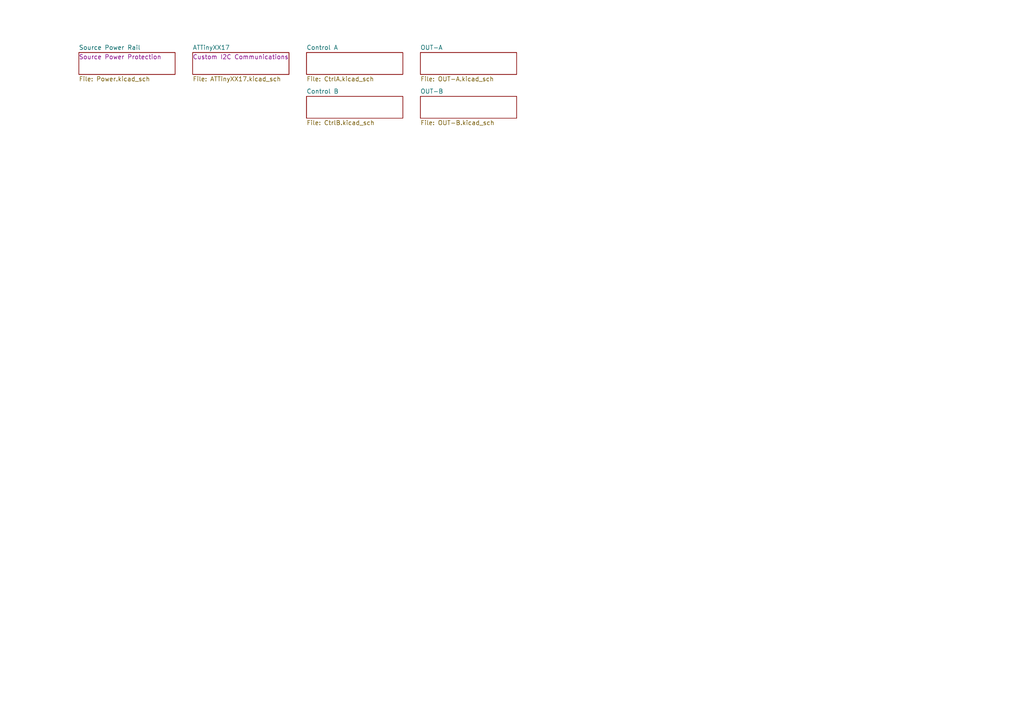
<source format=kicad_sch>
(kicad_sch (version 20211123) (generator eeschema)
  (paper "A4")
  (title_block (title "Benchtop Modular Power Strip") (date "2024-03-25") (rev "1.5.0") (company "S. A. Miller") (comment 1 "LM2596S") (comment 2 "Dual"))
  (lib_symbols)
  (sheet (at 121.92 15.24) (size 27.94 6.35) (stroke (width 0.1524))
    (property "Sheet name" "OUT-A" (at 121.92 14.5284 0) (effects (justify left bottom)))
    (property "Sheet file" "OUT-A.kicad_sch" (at 121.92 22.1746 0) (effects (justify left top)))
  )
  (sheet (at 88.9 27.94) (size 27.94 6.35) (stroke (width 0.1524))
    (property "Sheet name" "Control B" (at 88.9 27.2284 0) (effects (justify left bottom)))
    (property "Sheet file" "CtrlB.kicad_sch" (at 88.9 34.8746 0) (effects (justify left top)))
  )
  (sheet (at 88.9 15.24) (size 27.94 6.35) (stroke (width 0.1524))
    (property "Sheet name" "Control A" (at 88.9 14.5284 0) (effects (justify left bottom)))
    (property "Sheet file" "CtrlA.kicad_sch" (at 88.9 22.1746 0) (effects (justify left top)))
  )
  (sheet (at 55.88 15.24) (size 27.94 6.35) (stroke (width 0.1524))
    (property "Sheet name" "ATTinyXX17" (at 55.88 14.5284 0) (effects (justify left bottom)))
    (property "Sheet file" "ATTinyXX17.kicad_sch" (at 55.88 22.1746 0) (effects (justify left top)))
    (property "Field2" "Custom I2C Communications" (at 55.88 16.51 0) (effects (justify left)))
  )
  (sheet (at 121.92 27.94) (size 27.94 6.35) (stroke (width 0.1524))
    (property "Sheet name" "OUT-B" (at 121.92 27.2284 0) (effects (justify left bottom)))
    (property "Sheet file" "OUT-B.kicad_sch" (at 121.92 34.8746 0) (effects (justify left top)))
  )
  (sheet (at 22.86 15.24) (size 27.94 6.35) (stroke (width 0.1524))
    (property "Sheet name" "Source Power Rail" (at 22.86 14.5284 0) (effects (justify left bottom)))
    (property "Sheet file" "Power.kicad_sch" (at 22.86 22.1746 0) (effects (justify left top)))
    (property "Field2" "Source Power Protection" (at 22.86 16.51 0) (effects (justify left)))
  )
)
</source>
